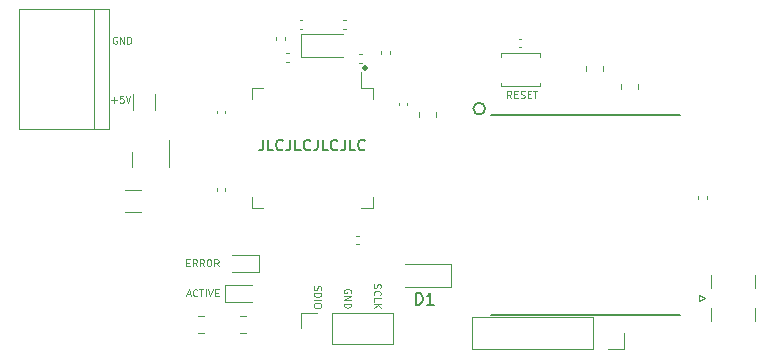
<source format=gbr>
%TF.GenerationSoftware,KiCad,Pcbnew,(6.0.1)*%
%TF.CreationDate,2023-03-06T20:27:36-05:00*%
%TF.ProjectId,PCBFiles_Node,50434246-696c-4657-935f-4e6f64652e6b,rev?*%
%TF.SameCoordinates,Original*%
%TF.FileFunction,Legend,Top*%
%TF.FilePolarity,Positive*%
%FSLAX46Y46*%
G04 Gerber Fmt 4.6, Leading zero omitted, Abs format (unit mm)*
G04 Created by KiCad (PCBNEW (6.0.1)) date 2023-03-06 20:27:36*
%MOMM*%
%LPD*%
G01*
G04 APERTURE LIST*
%ADD10C,0.100000*%
%ADD11C,0.300000*%
%ADD12C,0.150000*%
%ADD13C,0.125000*%
%ADD14C,0.120000*%
G04 APERTURE END LIST*
D10*
X52178571Y-92242857D02*
X52635714Y-92242857D01*
X52407142Y-92471428D02*
X52407142Y-92014285D01*
X53207142Y-91871428D02*
X52921428Y-91871428D01*
X52892857Y-92157142D01*
X52921428Y-92128571D01*
X52978571Y-92100000D01*
X53121428Y-92100000D01*
X53178571Y-92128571D01*
X53207142Y-92157142D01*
X53235714Y-92214285D01*
X53235714Y-92357142D01*
X53207142Y-92414285D01*
X53178571Y-92442857D01*
X53121428Y-92471428D01*
X52978571Y-92471428D01*
X52921428Y-92442857D01*
X52892857Y-92414285D01*
X53407142Y-91871428D02*
X53607142Y-92471428D01*
X53807142Y-91871428D01*
D11*
X73700000Y-89435714D02*
X73771428Y-89507142D01*
X73700000Y-89578571D01*
X73628571Y-89507142D01*
X73700000Y-89435714D01*
X73700000Y-89578571D01*
D10*
X52642857Y-86900000D02*
X52585714Y-86871428D01*
X52500000Y-86871428D01*
X52414285Y-86900000D01*
X52357142Y-86957142D01*
X52328571Y-87014285D01*
X52300000Y-87128571D01*
X52300000Y-87214285D01*
X52328571Y-87328571D01*
X52357142Y-87385714D01*
X52414285Y-87442857D01*
X52500000Y-87471428D01*
X52557142Y-87471428D01*
X52642857Y-87442857D01*
X52671428Y-87414285D01*
X52671428Y-87214285D01*
X52557142Y-87214285D01*
X52928571Y-87471428D02*
X52928571Y-86871428D01*
X53271428Y-87471428D01*
X53271428Y-86871428D01*
X53557142Y-87471428D02*
X53557142Y-86871428D01*
X53700000Y-86871428D01*
X53785714Y-86900000D01*
X53842857Y-86957142D01*
X53871428Y-87014285D01*
X53900000Y-87128571D01*
X53900000Y-87214285D01*
X53871428Y-87328571D01*
X53842857Y-87385714D01*
X53785714Y-87442857D01*
X53700000Y-87471428D01*
X53557142Y-87471428D01*
X86068571Y-92051428D02*
X85868571Y-91765714D01*
X85725714Y-92051428D02*
X85725714Y-91451428D01*
X85954285Y-91451428D01*
X86011428Y-91480000D01*
X86040000Y-91508571D01*
X86068571Y-91565714D01*
X86068571Y-91651428D01*
X86040000Y-91708571D01*
X86011428Y-91737142D01*
X85954285Y-91765714D01*
X85725714Y-91765714D01*
X86325714Y-91737142D02*
X86525714Y-91737142D01*
X86611428Y-92051428D02*
X86325714Y-92051428D01*
X86325714Y-91451428D01*
X86611428Y-91451428D01*
X86840000Y-92022857D02*
X86925714Y-92051428D01*
X87068571Y-92051428D01*
X87125714Y-92022857D01*
X87154285Y-91994285D01*
X87182857Y-91937142D01*
X87182857Y-91880000D01*
X87154285Y-91822857D01*
X87125714Y-91794285D01*
X87068571Y-91765714D01*
X86954285Y-91737142D01*
X86897142Y-91708571D01*
X86868571Y-91680000D01*
X86840000Y-91622857D01*
X86840000Y-91565714D01*
X86868571Y-91508571D01*
X86897142Y-91480000D01*
X86954285Y-91451428D01*
X87097142Y-91451428D01*
X87182857Y-91480000D01*
X87440000Y-91737142D02*
X87640000Y-91737142D01*
X87725714Y-92051428D02*
X87440000Y-92051428D01*
X87440000Y-91451428D01*
X87725714Y-91451428D01*
X87897142Y-91451428D02*
X88240000Y-91451428D01*
X88068571Y-92051428D02*
X88068571Y-91451428D01*
X58557142Y-106007142D02*
X58757142Y-106007142D01*
X58842857Y-106321428D02*
X58557142Y-106321428D01*
X58557142Y-105721428D01*
X58842857Y-105721428D01*
X59442857Y-106321428D02*
X59242857Y-106035714D01*
X59100000Y-106321428D02*
X59100000Y-105721428D01*
X59328571Y-105721428D01*
X59385714Y-105750000D01*
X59414285Y-105778571D01*
X59442857Y-105835714D01*
X59442857Y-105921428D01*
X59414285Y-105978571D01*
X59385714Y-106007142D01*
X59328571Y-106035714D01*
X59100000Y-106035714D01*
X60042857Y-106321428D02*
X59842857Y-106035714D01*
X59700000Y-106321428D02*
X59700000Y-105721428D01*
X59928571Y-105721428D01*
X59985714Y-105750000D01*
X60014285Y-105778571D01*
X60042857Y-105835714D01*
X60042857Y-105921428D01*
X60014285Y-105978571D01*
X59985714Y-106007142D01*
X59928571Y-106035714D01*
X59700000Y-106035714D01*
X60414285Y-105721428D02*
X60528571Y-105721428D01*
X60585714Y-105750000D01*
X60642857Y-105807142D01*
X60671428Y-105921428D01*
X60671428Y-106121428D01*
X60642857Y-106235714D01*
X60585714Y-106292857D01*
X60528571Y-106321428D01*
X60414285Y-106321428D01*
X60357142Y-106292857D01*
X60300000Y-106235714D01*
X60271428Y-106121428D01*
X60271428Y-105921428D01*
X60300000Y-105807142D01*
X60357142Y-105750000D01*
X60414285Y-105721428D01*
X61271428Y-106321428D02*
X61071428Y-106035714D01*
X60928571Y-106321428D02*
X60928571Y-105721428D01*
X61157142Y-105721428D01*
X61214285Y-105750000D01*
X61242857Y-105778571D01*
X61271428Y-105835714D01*
X61271428Y-105921428D01*
X61242857Y-105978571D01*
X61214285Y-106007142D01*
X61157142Y-106035714D01*
X60928571Y-106035714D01*
D12*
X65042857Y-95587142D02*
X65042857Y-96230000D01*
X65000000Y-96358571D01*
X64914285Y-96444285D01*
X64785714Y-96487142D01*
X64700000Y-96487142D01*
X65900000Y-96487142D02*
X65471428Y-96487142D01*
X65471428Y-95587142D01*
X66714285Y-96401428D02*
X66671428Y-96444285D01*
X66542857Y-96487142D01*
X66457142Y-96487142D01*
X66328571Y-96444285D01*
X66242857Y-96358571D01*
X66200000Y-96272857D01*
X66157142Y-96101428D01*
X66157142Y-95972857D01*
X66200000Y-95801428D01*
X66242857Y-95715714D01*
X66328571Y-95630000D01*
X66457142Y-95587142D01*
X66542857Y-95587142D01*
X66671428Y-95630000D01*
X66714285Y-95672857D01*
X67357142Y-95587142D02*
X67357142Y-96230000D01*
X67314285Y-96358571D01*
X67228571Y-96444285D01*
X67100000Y-96487142D01*
X67014285Y-96487142D01*
X68214285Y-96487142D02*
X67785714Y-96487142D01*
X67785714Y-95587142D01*
X69028571Y-96401428D02*
X68985714Y-96444285D01*
X68857142Y-96487142D01*
X68771428Y-96487142D01*
X68642857Y-96444285D01*
X68557142Y-96358571D01*
X68514285Y-96272857D01*
X68471428Y-96101428D01*
X68471428Y-95972857D01*
X68514285Y-95801428D01*
X68557142Y-95715714D01*
X68642857Y-95630000D01*
X68771428Y-95587142D01*
X68857142Y-95587142D01*
X68985714Y-95630000D01*
X69028571Y-95672857D01*
X69671428Y-95587142D02*
X69671428Y-96230000D01*
X69628571Y-96358571D01*
X69542857Y-96444285D01*
X69414285Y-96487142D01*
X69328571Y-96487142D01*
X70528571Y-96487142D02*
X70100000Y-96487142D01*
X70100000Y-95587142D01*
X71342857Y-96401428D02*
X71300000Y-96444285D01*
X71171428Y-96487142D01*
X71085714Y-96487142D01*
X70957142Y-96444285D01*
X70871428Y-96358571D01*
X70828571Y-96272857D01*
X70785714Y-96101428D01*
X70785714Y-95972857D01*
X70828571Y-95801428D01*
X70871428Y-95715714D01*
X70957142Y-95630000D01*
X71085714Y-95587142D01*
X71171428Y-95587142D01*
X71300000Y-95630000D01*
X71342857Y-95672857D01*
X71985714Y-95587142D02*
X71985714Y-96230000D01*
X71942857Y-96358571D01*
X71857142Y-96444285D01*
X71728571Y-96487142D01*
X71642857Y-96487142D01*
X72842857Y-96487142D02*
X72414285Y-96487142D01*
X72414285Y-95587142D01*
X73657142Y-96401428D02*
X73614285Y-96444285D01*
X73485714Y-96487142D01*
X73400000Y-96487142D01*
X73271428Y-96444285D01*
X73185714Y-96358571D01*
X73142857Y-96272857D01*
X73100000Y-96101428D01*
X73100000Y-95972857D01*
X73142857Y-95801428D01*
X73185714Y-95715714D01*
X73271428Y-95630000D01*
X73400000Y-95587142D01*
X73485714Y-95587142D01*
X73614285Y-95630000D01*
X73657142Y-95672857D01*
D13*
X74437142Y-107815714D02*
X74408571Y-107901428D01*
X74408571Y-108044285D01*
X74437142Y-108101428D01*
X74465714Y-108130000D01*
X74522857Y-108158571D01*
X74580000Y-108158571D01*
X74637142Y-108130000D01*
X74665714Y-108101428D01*
X74694285Y-108044285D01*
X74722857Y-107930000D01*
X74751428Y-107872857D01*
X74780000Y-107844285D01*
X74837142Y-107815714D01*
X74894285Y-107815714D01*
X74951428Y-107844285D01*
X74980000Y-107872857D01*
X75008571Y-107930000D01*
X75008571Y-108072857D01*
X74980000Y-108158571D01*
X74465714Y-108758571D02*
X74437142Y-108730000D01*
X74408571Y-108644285D01*
X74408571Y-108587142D01*
X74437142Y-108501428D01*
X74494285Y-108444285D01*
X74551428Y-108415714D01*
X74665714Y-108387142D01*
X74751428Y-108387142D01*
X74865714Y-108415714D01*
X74922857Y-108444285D01*
X74980000Y-108501428D01*
X75008571Y-108587142D01*
X75008571Y-108644285D01*
X74980000Y-108730000D01*
X74951428Y-108758571D01*
X74408571Y-109301428D02*
X74408571Y-109015714D01*
X75008571Y-109015714D01*
X74408571Y-109501428D02*
X75008571Y-109501428D01*
X74408571Y-109844285D02*
X74751428Y-109587142D01*
X75008571Y-109844285D02*
X74665714Y-109501428D01*
X72450000Y-108567857D02*
X72478571Y-108510714D01*
X72478571Y-108425000D01*
X72450000Y-108339285D01*
X72392857Y-108282142D01*
X72335714Y-108253571D01*
X72221428Y-108225000D01*
X72135714Y-108225000D01*
X72021428Y-108253571D01*
X71964285Y-108282142D01*
X71907142Y-108339285D01*
X71878571Y-108425000D01*
X71878571Y-108482142D01*
X71907142Y-108567857D01*
X71935714Y-108596428D01*
X72135714Y-108596428D01*
X72135714Y-108482142D01*
X71878571Y-108853571D02*
X72478571Y-108853571D01*
X71878571Y-109196428D01*
X72478571Y-109196428D01*
X71878571Y-109482142D02*
X72478571Y-109482142D01*
X72478571Y-109625000D01*
X72450000Y-109710714D01*
X72392857Y-109767857D01*
X72335714Y-109796428D01*
X72221428Y-109825000D01*
X72135714Y-109825000D01*
X72021428Y-109796428D01*
X71964285Y-109767857D01*
X71907142Y-109710714D01*
X71878571Y-109625000D01*
X71878571Y-109482142D01*
D10*
X58587142Y-108690000D02*
X58872857Y-108690000D01*
X58530000Y-108861428D02*
X58730000Y-108261428D01*
X58930000Y-108861428D01*
X59472857Y-108804285D02*
X59444285Y-108832857D01*
X59358571Y-108861428D01*
X59301428Y-108861428D01*
X59215714Y-108832857D01*
X59158571Y-108775714D01*
X59130000Y-108718571D01*
X59101428Y-108604285D01*
X59101428Y-108518571D01*
X59130000Y-108404285D01*
X59158571Y-108347142D01*
X59215714Y-108290000D01*
X59301428Y-108261428D01*
X59358571Y-108261428D01*
X59444285Y-108290000D01*
X59472857Y-108318571D01*
X59644285Y-108261428D02*
X59987142Y-108261428D01*
X59815714Y-108861428D02*
X59815714Y-108261428D01*
X60187142Y-108861428D02*
X60187142Y-108261428D01*
X60387142Y-108261428D02*
X60587142Y-108861428D01*
X60787142Y-108261428D01*
X60987142Y-108547142D02*
X61187142Y-108547142D01*
X61272857Y-108861428D02*
X60987142Y-108861428D01*
X60987142Y-108261428D01*
X61272857Y-108261428D01*
D13*
X69367142Y-107971428D02*
X69338571Y-108057142D01*
X69338571Y-108200000D01*
X69367142Y-108257142D01*
X69395714Y-108285714D01*
X69452857Y-108314285D01*
X69510000Y-108314285D01*
X69567142Y-108285714D01*
X69595714Y-108257142D01*
X69624285Y-108200000D01*
X69652857Y-108085714D01*
X69681428Y-108028571D01*
X69710000Y-108000000D01*
X69767142Y-107971428D01*
X69824285Y-107971428D01*
X69881428Y-108000000D01*
X69910000Y-108028571D01*
X69938571Y-108085714D01*
X69938571Y-108228571D01*
X69910000Y-108314285D01*
X69338571Y-108571428D02*
X69938571Y-108571428D01*
X69938571Y-108714285D01*
X69910000Y-108800000D01*
X69852857Y-108857142D01*
X69795714Y-108885714D01*
X69681428Y-108914285D01*
X69595714Y-108914285D01*
X69481428Y-108885714D01*
X69424285Y-108857142D01*
X69367142Y-108800000D01*
X69338571Y-108714285D01*
X69338571Y-108571428D01*
X69338571Y-109171428D02*
X69938571Y-109171428D01*
X69938571Y-109571428D02*
X69938571Y-109685714D01*
X69910000Y-109742857D01*
X69852857Y-109800000D01*
X69738571Y-109828571D01*
X69538571Y-109828571D01*
X69424285Y-109800000D01*
X69367142Y-109742857D01*
X69338571Y-109685714D01*
X69338571Y-109571428D01*
X69367142Y-109514285D01*
X69424285Y-109457142D01*
X69538571Y-109428571D01*
X69738571Y-109428571D01*
X69852857Y-109457142D01*
X69910000Y-109514285D01*
X69938571Y-109571428D01*
D12*
%TO.C,D1*%
X77971904Y-109552380D02*
X77971904Y-108552380D01*
X78210000Y-108552380D01*
X78352857Y-108600000D01*
X78448095Y-108695238D01*
X78495714Y-108790476D01*
X78543333Y-108980952D01*
X78543333Y-109123809D01*
X78495714Y-109314285D01*
X78448095Y-109409523D01*
X78352857Y-109504761D01*
X78210000Y-109552380D01*
X77971904Y-109552380D01*
X79495714Y-109552380D02*
X78924285Y-109552380D01*
X79210000Y-109552380D02*
X79210000Y-108552380D01*
X79114761Y-108695238D01*
X79019523Y-108790476D01*
X78924285Y-108838095D01*
D14*
%TO.C,J1*%
X52010000Y-84520000D02*
X44390000Y-84520000D01*
X44390000Y-94680000D02*
X52010000Y-94680000D01*
X44390000Y-84520000D02*
X44390000Y-94680000D01*
X52010000Y-94680000D02*
X52010000Y-84520000D01*
X50740000Y-84520000D02*
X50740000Y-94680000D01*
%TO.C,R4*%
X95305000Y-90862936D02*
X95305000Y-91317064D01*
X96775000Y-90862936D02*
X96775000Y-91317064D01*
%TO.C,C13*%
X68357836Y-85495000D02*
X68142164Y-85495000D01*
X68357836Y-86215000D02*
X68142164Y-86215000D01*
%TO.C,C14*%
X102600000Y-100587836D02*
X102600000Y-100372164D01*
X101880000Y-100587836D02*
X101880000Y-100372164D01*
%TO.C,D1*%
X80960000Y-108100000D02*
X80960000Y-106100000D01*
X80960000Y-108100000D02*
X77060000Y-108100000D01*
X80960000Y-106100000D02*
X77060000Y-106100000D01*
%TO.C,U1*%
X74310000Y-92140000D02*
X74310000Y-91190000D01*
X74310000Y-91190000D02*
X73360000Y-91190000D01*
X74310000Y-101410000D02*
X73360000Y-101410000D01*
X64090000Y-92140000D02*
X64090000Y-91190000D01*
X64090000Y-100460000D02*
X64090000Y-101410000D01*
X64090000Y-91190000D02*
X65040000Y-91190000D01*
X73360000Y-91190000D02*
X73360000Y-89850000D01*
X74310000Y-100460000D02*
X74310000Y-101410000D01*
X64090000Y-101410000D02*
X65040000Y-101410000D01*
%TO.C,C10*%
X66140000Y-87107836D02*
X66140000Y-86892164D01*
X66860000Y-87107836D02*
X66860000Y-86892164D01*
%TO.C,C11*%
X66992164Y-89010000D02*
X67207836Y-89010000D01*
X66992164Y-88290000D02*
X67207836Y-88290000D01*
%TO.C,C1*%
X54060000Y-93111252D02*
X54060000Y-91688748D01*
X55880000Y-93111252D02*
X55880000Y-91688748D01*
%TO.C,C8*%
X77260000Y-92442164D02*
X77260000Y-92657836D01*
X76540000Y-92442164D02*
X76540000Y-92657836D01*
%TO.C,C3*%
X75040000Y-88307836D02*
X75040000Y-88092164D01*
X75760000Y-88307836D02*
X75760000Y-88092164D01*
%TO.C,C6*%
X61860000Y-99907836D02*
X61860000Y-99692164D01*
X61140000Y-99907836D02*
X61140000Y-99692164D01*
%TO.C,C2*%
X54741252Y-99870000D02*
X53318748Y-99870000D01*
X54741252Y-101690000D02*
X53318748Y-101690000D01*
%TO.C,SW1*%
X85160000Y-91050000D02*
X88460000Y-91050000D01*
X88460000Y-91050000D02*
X88460000Y-90750000D01*
X88460000Y-88250000D02*
X88460000Y-88550000D01*
X85160000Y-90750000D02*
X85160000Y-91050000D01*
X85160000Y-88550000D02*
X85160000Y-88250000D01*
X85160000Y-88250000D02*
X88460000Y-88250000D01*
%TO.C,R1*%
X78215000Y-93687064D02*
X78215000Y-93232936D01*
X79685000Y-93687064D02*
X79685000Y-93232936D01*
%TO.C,R2*%
X63122936Y-110515000D02*
X63577064Y-110515000D01*
X63122936Y-111985000D02*
X63577064Y-111985000D01*
%TO.C,Y1*%
X68250000Y-86600000D02*
X71850000Y-86600000D01*
X68250000Y-88600000D02*
X71850000Y-88600000D01*
X68250000Y-86600000D02*
X68250000Y-88600000D01*
%TO.C,R3*%
X60027064Y-111985000D02*
X59572936Y-111985000D01*
X60027064Y-110515000D02*
X59572936Y-110515000D01*
%TO.C,R5*%
X92365000Y-89352936D02*
X92365000Y-89807064D01*
X93835000Y-89352936D02*
X93835000Y-89807064D01*
%TO.C,C4*%
X73407836Y-88340000D02*
X73192164Y-88340000D01*
X73407836Y-89060000D02*
X73192164Y-89060000D01*
%TO.C,U3*%
X53950000Y-97270000D02*
X53950000Y-97920000D01*
X57070000Y-97270000D02*
X57070000Y-95595000D01*
X53950000Y-97270000D02*
X53950000Y-96620000D01*
X57070000Y-97270000D02*
X57070000Y-97920000D01*
%TO.C,J4*%
X95570000Y-111960000D02*
X95570000Y-113290000D01*
X92970000Y-110630000D02*
X82750000Y-110630000D01*
X82750000Y-110630000D02*
X82750000Y-113290000D01*
X92970000Y-113290000D02*
X82750000Y-113290000D01*
X95570000Y-113290000D02*
X94240000Y-113290000D01*
X92970000Y-110630000D02*
X92970000Y-113290000D01*
%TO.C,C9*%
X86702164Y-87040000D02*
X86917836Y-87040000D01*
X86702164Y-87760000D02*
X86917836Y-87760000D01*
%TO.C,C12*%
X71842164Y-86215000D02*
X72057836Y-86215000D01*
X71842164Y-85495000D02*
X72057836Y-85495000D01*
%TO.C,C7*%
X73157836Y-104460000D02*
X72942164Y-104460000D01*
X73157836Y-103740000D02*
X72942164Y-103740000D01*
D12*
%TO.C,U2*%
X84350000Y-110460000D02*
X100350000Y-110460000D01*
X84350000Y-93460000D02*
X100350000Y-93460000D01*
X83850000Y-92960000D02*
G75*
G03*
X83850000Y-92960000I-500000J0D01*
G01*
D14*
%TO.C,C5*%
X61860000Y-93357836D02*
X61860000Y-93142164D01*
X61140000Y-93357836D02*
X61140000Y-93142164D01*
%TO.C,D2*%
X61815000Y-107865000D02*
X61815000Y-109335000D01*
X61815000Y-109335000D02*
X64100000Y-109335000D01*
X64100000Y-107865000D02*
X61815000Y-107865000D01*
%TO.C,D3*%
X64735000Y-106785000D02*
X64735000Y-105315000D01*
X64735000Y-105315000D02*
X62450000Y-105315000D01*
X62450000Y-106785000D02*
X64735000Y-106785000D01*
%TO.C,J2*%
X70870000Y-112905000D02*
X76010000Y-112905000D01*
X76010000Y-112905000D02*
X76010000Y-110245000D01*
X70870000Y-110245000D02*
X76010000Y-110245000D01*
X68270000Y-110245000D02*
X69600000Y-110245000D01*
X68270000Y-111575000D02*
X68270000Y-110245000D01*
X70870000Y-112905000D02*
X70870000Y-110245000D01*
%TO.C,J7*%
X106700000Y-110920000D02*
X106700000Y-109810000D01*
X102440000Y-108970000D02*
X101940000Y-108720000D01*
X106700000Y-108130000D02*
X106700000Y-107020000D01*
X101940000Y-108720000D02*
X101940000Y-109220000D01*
X102990000Y-110920000D02*
X102990000Y-109810000D01*
X102990000Y-108130000D02*
X102990000Y-107020000D01*
X101940000Y-109220000D02*
X102440000Y-108970000D01*
%TD*%
M02*

</source>
